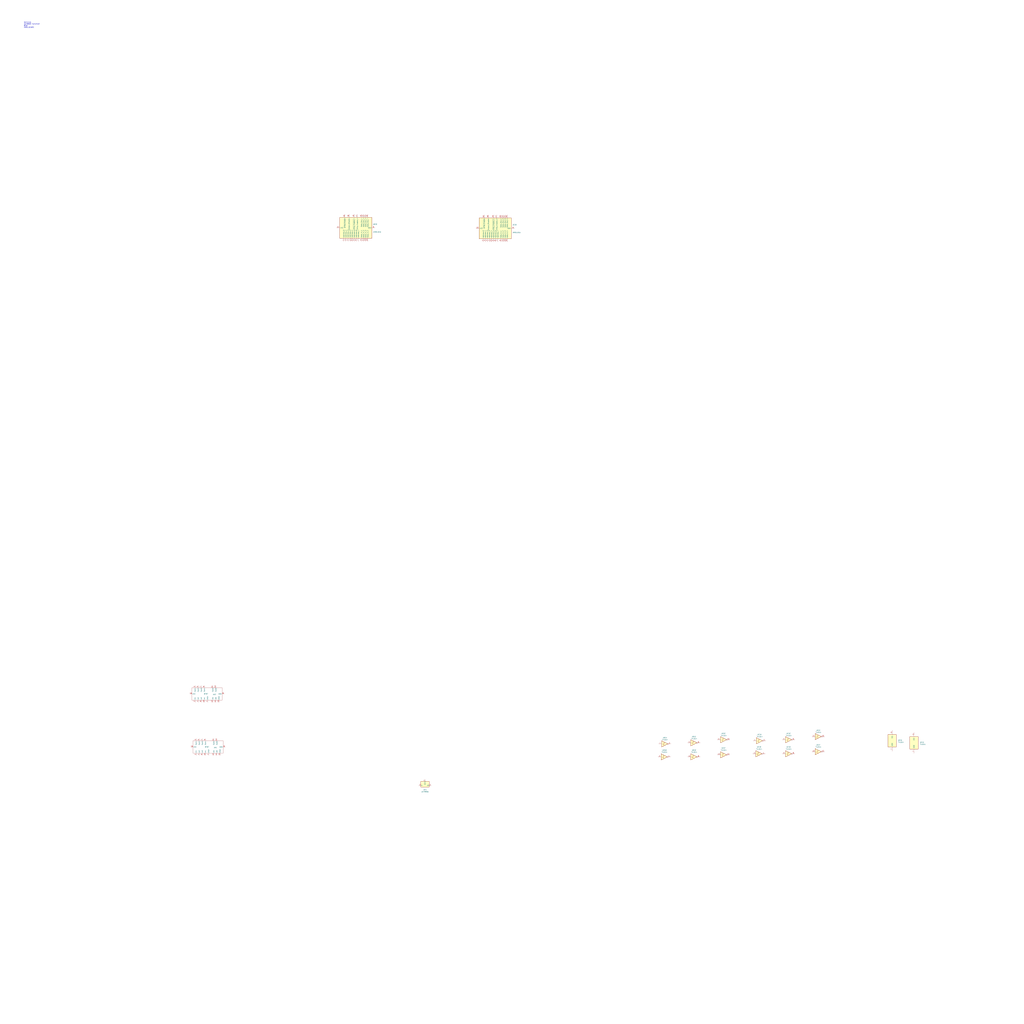
<source format=kicad_sch>
(kicad_sch (version 20230121) (generator eeschema)
  (paper "User" 1250.01 1250.01)
  (lib_symbols
    (symbol "74xx:74LS14" (pin_names (offset 1.016))
      (property "Reference" "U" (at 0 1.27 0))
      (property "Value" "74LS14" (at 0 -1.27 0))
      (symbol "74LS14_1_0"
        (polyline (pts (xy -3.81 3.81) (xy -3.81 -3.81) (xy 3.81 0) (xy -3.81 3.81)) (stroke (width 0.254)) (fill (type background)))
        (pin input line (at -7.62 0 0) (length 3.81) (name "~") (number "1"))
        (pin output inverted (at 7.62 0 180) (length 3.81) (name "~") (number "2"))
      )
      (symbol "74LS14_1_1"
        (polyline (pts (xy -1.905 -1.27) (xy -1.905 1.27) (xy -0.635 1.27)))
        (polyline (pts (xy -2.54 -1.27) (xy -0.635 -1.27) (xy -0.635 1.27) (xy 0 1.27)))
      )
      (symbol "74LS14_2_0"
        (polyline (pts (xy -3.81 3.81) (xy -3.81 -3.81) (xy 3.81 0) (xy -3.81 3.81)) (stroke (width 0.254)) (fill (type background)))
        (pin input line (at -7.62 0 0) (length 3.81) (name "~") (number "3"))
        (pin output inverted (at 7.62 0 180) (length 3.81) (name "~") (number "4"))
      )
      (symbol "74LS14_2_1"
        (polyline (pts (xy -1.905 -1.27) (xy -1.905 1.27) (xy -0.635 1.27)))
        (polyline (pts (xy -2.54 -1.27) (xy -0.635 -1.27) (xy -0.635 1.27) (xy 0 1.27)))
      )
      (symbol "74LS14_3_0"
        (polyline (pts (xy -3.81 3.81) (xy -3.81 -3.81) (xy 3.81 0) (xy -3.81 3.81)) (stroke (width 0.254)) (fill (type background)))
        (pin input line (at -7.62 0 0) (length 3.81) (name "~") (number "5"))
        (pin output inverted (at 7.62 0 180) (length 3.81) (name "~") (number "6"))
      )
      (symbol "74LS14_3_1"
        (polyline (pts (xy -1.905 -1.27) (xy -1.905 1.27) (xy -0.635 1.27)))
        (polyline (pts (xy -2.54 -1.27) (xy -0.635 -1.27) (xy -0.635 1.27) (xy 0 1.27)))
      )
      (symbol "74LS14_4_0"
        (polyline (pts (xy -3.81 3.81) (xy -3.81 -3.81) (xy 3.81 0) (xy -3.81 3.81)) (stroke (width 0.254)) (fill (type background)))
        (pin output inverted (at 7.62 0 180) (length 3.81) (name "~") (number "8"))
        (pin input line (at -7.62 0 0) (length 3.81) (name "~") (number "9"))
      )
      (symbol "74LS14_4_1"
        (polyline (pts (xy -1.905 -1.27) (xy -1.905 1.27) (xy -0.635 1.27)))
        (polyline (pts (xy -2.54 -1.27) (xy -0.635 -1.27) (xy -0.635 1.27) (xy 0 1.27)))
      )
      (symbol "74LS14_5_0"
        (polyline (pts (xy -3.81 3.81) (xy -3.81 -3.81) (xy 3.81 0) (xy -3.81 3.81)) (stroke (width 0.254)) (fill (type background)))
        (pin output inverted (at 7.62 0 180) (length 3.81) (name "~") (number "10"))
        (pin input line (at -7.62 0 0) (length 3.81) (name "~") (number "11"))
      )
      (symbol "74LS14_5_1"
        (polyline (pts (xy -1.905 -1.27) (xy -1.905 1.27) (xy -0.635 1.27)))
        (polyline (pts (xy -2.54 -1.27) (xy -0.635 -1.27) (xy -0.635 1.27) (xy 0 1.27)))
      )
      (symbol "74LS14_6_0"
        (polyline (pts (xy -3.81 3.81) (xy -3.81 -3.81) (xy 3.81 0) (xy -3.81 3.81)) (stroke (width 0.254)) (fill (type background)))
        (pin output inverted (at 7.62 0 180) (length 3.81) (name "~") (number "12"))
        (pin input line (at -7.62 0 0) (length 3.81) (name "~") (number "13"))
      )
      (symbol "74LS14_6_1"
        (polyline (pts (xy -1.905 -1.27) (xy -1.905 1.27) (xy -0.635 1.27)))
        (polyline (pts (xy -2.54 -1.27) (xy -0.635 -1.27) (xy -0.635 1.27) (xy 0 1.27)))
      )
      (symbol "74LS14_7_0"
        (pin power_in line (at 0 12.7 270) (length 5.08) (name "VCC") (number "14"))
        (pin power_in line (at 0 -12.7 90) (length 5.08) (name "GND") (number "7"))
      )
      (symbol "74LS14_7_1"
        (rectangle (start -5.08 7.62) (end 5.08 -7.62) (stroke (width 0.254)) (fill (type background)))
      )
    )
    (symbol "ForgottenMachines:8T97"
      (property "Reference" "U" (at 1.27 11.43 90))
      (property "Value" "8T97" (at 1.27 2.54 90))
      (symbol "8T97_0_1"
        (rectangle (start -7.62 25.4) (end 7.62 -11.43) (stroke (width 0.1524)))
      )
      (symbol "8T97_1_1"
        (pin input line (at -10.16 6.35 0) (length 2.54) (name "DIS4") (number "1"))
        (pin input line (at -10.16 10.16 0) (length 2.54) (name "In4") (number "10"))
        (pin output line (at 10.16 0 180) (length 2.54) (name "Out5") (number "11"))
        (pin input line (at -10.16 0 0) (length 2.54) (name "In5") (number "12"))
        (pin output line (at 10.16 -3.81 180) (length 2.54) (name "Out6") (number "13"))
        (pin input line (at -10.16 -3.81 0) (length 2.54) (name "In6") (number "14"))
        (pin input line (at -10.16 -7.62 0) (length 2.54) (name "DIS2") (number "15"))
        (pin power_in line (at 0 27.94 270) (length 2.54) (name "VCC") (number "16"))
        (pin input line (at -10.16 21.59 0) (length 2.54) (name "In1") (number "2"))
        (pin output line (at 10.16 21.59 180) (length 2.54) (name "Out1") (number "3"))
        (pin input line (at -10.16 17.78 0) (length 2.54) (name "In2") (number "4"))
        (pin output line (at 10.16 17.78 180) (length 2.54) (name "Out2") (number "5"))
        (pin input line (at -10.16 13.97 0) (length 2.54) (name "In3") (number "6"))
        (pin output line (at 10.16 13.97 180) (length 2.54) (name "Out3") (number "7"))
        (pin power_in line (at 0 -13.97 90) (length 2.54) (name "GND") (number "8"))
        (pin output line (at 10.16 10.16 180) (length 2.54) (name "Out4") (number "9"))
      )
    )
    (symbol "ForgottenMachines:AM91L01b" (pin_names (offset 0.762))
      (property "Reference" "U" (at -15.24 20.32 0))
      (property "Value" "AM91L01b" (at 2.54 -22.86 0))
      (symbol "AM91L01b_0_1"
        (rectangle (start -12.7 19.05) (end 12.7 -20.32) (stroke (width 0.254)) (fill (type background)))
      )
      (symbol "AM91L01b_1_1"
        (pin input line (at -16.51 6.35 0) (length 3.81) (name "Address_3") (number "1"))
        (pin output line (at 16.51 -7.62 180) (length 3.81) (name "Data_Out_1") (number "10"))
        (pin input line (at -16.51 -10.16 0) (length 3.81) (name "Data_In_2") (number "11"))
        (pin output line (at 16.51 -10.16 180) (length 3.81) (name "Data_Out_2") (number "12"))
        (pin input line (at -16.51 -12.7 0) (length 3.81) (name "Data_In_3") (number "13"))
        (pin output line (at 16.51 -12.7 180) (length 3.81) (name "Data_Out_3") (number "14"))
        (pin input line (at -16.51 -15.24 0) (length 3.81) (name "Data_In_4") (number "15"))
        (pin output line (at 16.51 -15.24 180) (length 3.81) (name "Data_Out_4") (number "16"))
        (pin input line (at 16.51 -2.54 180) (length 3.81) (name "Chip_Enable_2") (number "17"))
        (pin input line (at 16.51 7.62 180) (length 3.81) (name "Output_Disable") (number "18"))
        (pin input line (at 16.51 1.27 180) (length 3.81) (name "~{Chip_Enable_1}") (number "19"))
        (pin input line (at -16.51 8.89 0) (length 3.81) (name "Address_2") (number "2"))
        (pin input line (at 16.51 12.7 180) (length 3.81) (name "~{Write_Enable}") (number "20"))
        (pin input line (at -16.51 3.81 0) (length 3.81) (name "Address_4") (number "21"))
        (pin power_in line (at 0 22.86 270) (length 3.81) (name "VCC") (number "22"))
        (pin input line (at -16.51 11.43 0) (length 3.81) (name "Address_1") (number "3"))
        (pin input line (at -16.51 13.97 0) (length 3.81) (name "Address_0") (number "4"))
        (pin input line (at -16.51 1.27 0) (length 3.81) (name "Address_5") (number "5"))
        (pin input line (at -16.51 -1.27 0) (length 3.81) (name "Address_6") (number "6"))
        (pin input line (at -16.51 -3.81 0) (length 3.81) (name "Address_7") (number "7"))
        (pin power_in line (at 0 -24.13 90) (length 3.81) (name "GND") (number "8"))
        (pin input line (at -16.51 -7.62 0) (length 3.81) (name "Data_In_1") (number "9"))
      )
    )
    (symbol "ForgottenMachines:UA79M05" (pin_names (offset 0.254))
      (property "Reference" "UK0" (at 0 -3.9354 0))
      (property "Value" "UA79M05" (at 0 -6.4723 0))
      (symbol "UA79M05_0_1"
        (rectangle (start -5.08 5.08) (end 5.08 -1.905) (stroke (width 0.254)) (fill (type background)))
      )
      (symbol "UA79M05_1_1"
        (pin power_in line (at 0 7.62 270) (length 2.54) (name "GND") (number "1"))
        (pin power_in line (at -7.62 0 0) (length 2.54) (name "VI") (number "2"))
        (pin power_out line (at 7.62 0 180) (length 2.54) (name "VO") (number "3"))
      )
    )
  )
  (text "SN7414N\nUA79M05 Fairchild?\n8T97\nAM91L01BPC" (at 29.21 34.29 0) (effects (font (size 1.27 1.27)) (justify left bottom)))
  (symbol (lib_id "ForgottenMachines:AM91L01b") (at 603.885 278.765 90) (unit 1)
    (property "Reference" "UC10" (at 628.015 274.32 90))
    (property "Value" "AM91L01b" (at 630.555 283.845 90))
    (property "Footprint" "Package_DIP:DIP-22_W10.16mm" (effects hide))
  )
  (symbol (lib_id "74xx:74LS14") (at 1115.695 906.78 0) (unit 7)
    (property "Reference" "UE1" (at 1122.68 906.145 0) (effects (justify left)))
    (property "Value" "74LS14" (at 1122.68 908.685 0) (effects (justify left)))
    (property "Datasheet" "http://www.ti.com/lit/gpn/sn74LS14" (effects hide))
  )
  (symbol (lib_id "ForgottenMachines:8T97") (at 260.985 911.86 90) (unit 1)
    (property "Reference" "UA1" (at 262.89 912.495 90))
    (property "Value" "8T97" (at 252.73 911.86 90))
    (property "Footprint" "Package_DIP:DIP-16_W7.62mm" (effects hide))
  )
  (symbol (lib_id "74xx:74LS14") (at 962.66 920.115 0) (unit 4)
    (property "Reference" "UE1" (at 962.66 911.86 0))
    (property "Value" "74LS14" (at 962.66 914.4 0))
    (property "Datasheet" "http://www.ti.com/lit/gpn/sn74LS14" (effects hide))
  )
  (symbol (lib_id "ForgottenMachines:8T97") (at 259.715 847.09 90) (unit 1)
    (property "Reference" "UA2" (at 261.62 847.725 90))
    (property "Value" "8T97" (at 251.46 847.09 90))
    (property "Footprint" "Package_DIP:DIP-16_W7.62mm" (effects hide))
  )
  (symbol (lib_id "ForgottenMachines:UA79M05") (at 518.795 958.85 0) (unit 1)
    (property "Reference" "UK1" (at 518.795 963.93 0))
    (property "Value" "UA79M05" (at 518.795 966.47 0))
    (property "Footprint" "Package_TO_SOT_THT:TO-220-3_Vertical" (effects hide))
    (property "Datasheet" "https://www.onsemi.com/pub/Collateral/MC7900-D.PDF" (effects hide))
  )
  (symbol (lib_id "74xx:74LS14") (at 883.285 902.97 0) (unit 5)
    (property "Reference" "UD1" (at 883.285 895.35 0))
    (property "Value" "74LS14" (at 883.285 897.89 0))
    (property "Datasheet" "http://www.ti.com/lit/gpn/sn74LS14" (effects hide))
  )
  (symbol (lib_id "74xx:74LS14") (at 998.855 917.575 0) (unit 6)
    (property "Reference" "UE1" (at 998.855 909.32 0))
    (property "Value" "74LS14" (at 998.855 911.86 0))
    (property "Datasheet" "http://www.ti.com/lit/gpn/sn74LS14" (effects hide))
  )
  (symbol (lib_id "74xx:74LS14") (at 926.465 920.115 0) (unit 2)
    (property "Reference" "UE1" (at 926.465 911.86 0))
    (property "Value" "74LS14" (at 926.465 914.4 0))
    (property "Datasheet" "http://www.ti.com/lit/gpn/sn74LS14" (effects hide))
  )
  (symbol (lib_id "74xx:74LS14") (at 962.66 902.97 0) (unit 3)
    (property "Reference" "UE1" (at 962.66 895.35 0))
    (property "Value" "74LS14" (at 962.66 897.89 0))
    (property "Datasheet" "http://www.ti.com/lit/gpn/sn74LS14" (effects hide))
  )
  (symbol (lib_id "74xx:74LS14") (at 847.09 923.925 0) (unit 4)
    (property "Reference" "UD1" (at 847.09 915.67 0))
    (property "Value" "74LS14" (at 847.09 918.21 0))
    (property "Datasheet" "http://www.ti.com/lit/gpn/sn74LS14" (effects hide))
  )
  (symbol (lib_id "74xx:74LS14") (at 847.09 906.78 0) (unit 3)
    (property "Reference" "UD1" (at 847.09 899.16 0))
    (property "Value" "74LS14" (at 847.09 901.7 0))
    (property "Datasheet" "http://www.ti.com/lit/gpn/sn74LS14" (effects hide))
  )
  (symbol (lib_id "74xx:74LS14") (at 883.285 921.385 0) (unit 6)
    (property "Reference" "UD1" (at 883.285 913.13 0))
    (property "Value" "74LS14" (at 883.285 915.67 0))
    (property "Datasheet" "http://www.ti.com/lit/gpn/sn74LS14" (effects hide))
  )
  (symbol (lib_id "74xx:74LS14") (at 810.895 923.925 0) (unit 2)
    (property "Reference" "UD1" (at 810.895 915.67 0))
    (property "Value" "74LS14" (at 810.895 918.21 0))
    (property "Datasheet" "http://www.ti.com/lit/gpn/sn74LS14" (effects hide))
  )
  (symbol (lib_id "74xx:74LS14") (at 927.1 904.24 0) (unit 1)
    (property "Reference" "UE1" (at 927.1 896.62 0))
    (property "Value" "74LS14" (at 927.1 899.16 0))
    (property "Datasheet" "http://www.ti.com/lit/gpn/sn74LS14" (effects hide))
  )
  (symbol (lib_id "ForgottenMachines:AM91L01b") (at 433.705 278.13 90) (unit 1)
    (property "Reference" "UB10" (at 457.835 273.685 90))
    (property "Value" "AM91L01b" (at 460.375 283.21 90))
    (property "Footprint" "Package_DIP:DIP-22_W10.16mm" (effects hide))
  )
  (symbol (lib_id "74xx:74LS14") (at 811.53 908.05 0) (unit 1)
    (property "Reference" "UD1" (at 811.53 900.43 0))
    (property "Value" "74LS14" (at 811.53 902.97 0))
    (property "Datasheet" "http://www.ti.com/lit/gpn/sn74LS14" (effects hide))
  )
  (symbol (lib_id "74xx:74LS14") (at 998.855 899.16 0) (unit 5)
    (property "Reference" "UE1" (at 998.855 891.54 0))
    (property "Value" "74LS14" (at 998.855 894.08 0))
    (property "Datasheet" "http://www.ti.com/lit/gpn/sn74LS14" (effects hide))
  )
  (symbol (lib_id "74xx:74LS14") (at 1089.025 904.24 0) (unit 7)
    (property "Reference" "UD1" (at 1096.01 903.605 0) (effects (justify left)))
    (property "Value" "74LS14" (at 1096.01 906.145 0) (effects (justify left)))
    (property "Datasheet" "http://www.ti.com/lit/gpn/sn74LS14" (effects hide))
  )
)
</source>
